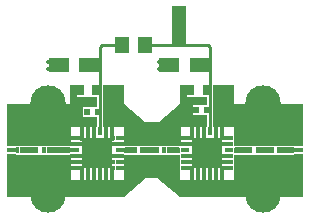
<source format=gtl>
G04*
G04 #@! TF.GenerationSoftware,Altium Limited,Altium Designer,24.9.1 (31)*
G04*
G04 Layer_Physical_Order=1*
G04 Layer_Color=255*
%FSLAX44Y44*%
%MOMM*%
G71*
G04*
G04 #@! TF.SameCoordinates,F9719FCC-BA83-448A-AD8A-31E963D186DB*
G04*
G04*
G04 #@! TF.FilePolarity,Positive*
G04*
G01*
G75*
%ADD13R,0.7000X0.3500*%
%ADD14R,0.3500X0.7000*%
%ADD16R,1.8000X1.2500*%
%ADD17R,0.7500X0.9400*%
%ADD18R,0.6000X0.6200*%
%ADD19R,0.4000X0.5379*%
%ADD20R,2.5500X2.5500*%
%ADD21R,1.2850X1.4700*%
%ADD33R,0.7410X0.5379*%
%ADD34R,1.0810X0.5379*%
%ADD35R,1.0410X0.5379*%
%ADD36R,0.8421X0.5379*%
%ADD37R,0.9410X0.5379*%
%ADD38R,1.4410X0.5379*%
%ADD39R,1.2000X3.5000*%
%ADD40R,0.2000X1.5000*%
%ADD41R,0.2000X0.1000*%
%ADD42C,0.2540*%
%ADD43R,0.5000X0.3500*%
%ADD44R,0.4517X0.3499*%
%ADD45R,0.3500X0.4741*%
%ADD46R,0.3500X0.5740*%
%ADD47R,1.9761X0.5379*%
%ADD48R,1.2998X0.5379*%
%ADD49C,3.0000*%
%ADD50C,0.3500*%
G36*
X58742Y117063D02*
X72282D01*
Y117198D01*
X76207D01*
Y108263D01*
X73130D01*
Y108264D01*
X64341D01*
Y100064D01*
X72512D01*
Y100063D01*
X76207D01*
Y93001D01*
X75737D01*
Y91960D01*
X53464D01*
X53513Y75835D01*
X53487D01*
Y75252D01*
X52364Y75835D01*
X10040D01*
Y75833D01*
X5040Y75608D01*
X40D01*
Y75835D01*
X0D01*
Y110832D01*
X53406D01*
Y127590D01*
X58742D01*
Y117063D01*
D02*
G37*
G36*
X191593Y110826D02*
X250000D01*
Y75833D01*
Y75608D01*
X245000D01*
X240001Y75833D01*
X192616D01*
X191499Y75253D01*
Y75833D01*
X191465D01*
Y91953D01*
X174250D01*
Y93001D01*
X173815D01*
Y127583D01*
X191593D01*
Y110826D01*
D02*
G37*
G36*
X98569Y110823D02*
X116397Y95833D01*
X128579D01*
X146430Y110816D01*
Y127583D01*
X152230D01*
Y117000D01*
X165770D01*
Y117198D01*
X169186D01*
Y110299D01*
X165074D01*
Y110233D01*
X157008D01*
Y102034D01*
X165798D01*
Y102099D01*
X169186D01*
Y93001D01*
X168750D01*
Y91953D01*
X146595D01*
Y75833D01*
X146501D01*
Y75254D01*
X145386Y75833D01*
X99599D01*
X98481Y75252D01*
Y75833D01*
X98444D01*
Y91960D01*
X81237D01*
Y93001D01*
X80836D01*
Y104163D01*
Y127590D01*
X98569D01*
Y110823D01*
D02*
G37*
G36*
X146503Y73753D02*
Y70253D01*
X145395Y69314D01*
X145396Y74693D01*
X146503Y73753D01*
D02*
G37*
G36*
X53494Y73752D02*
Y70252D01*
X52387Y69313D01*
X52387Y74692D01*
X53494Y73752D01*
D02*
G37*
G36*
X99592Y69313D02*
X98485Y70252D01*
Y73752D01*
X99592Y74692D01*
X99592Y69313D01*
D02*
G37*
G36*
X192603Y69311D02*
X191495Y70251D01*
Y73751D01*
X192603Y74690D01*
X192603Y69311D01*
D02*
G37*
G36*
X245000Y73500D02*
X250000D01*
Y70500D01*
X245000D01*
X240000Y69311D01*
Y74689D01*
X245000Y73500D01*
D02*
G37*
G36*
X10040Y69311D02*
X5040Y70500D01*
X40D01*
Y73500D01*
X5040D01*
X10040Y74689D01*
Y69311D01*
D02*
G37*
G36*
X192625Y68167D02*
X240000D01*
Y68167D01*
X245000Y68392D01*
X250000D01*
Y48167D01*
Y32008D01*
X191483D01*
Y32012D01*
X191478Y32007D01*
X146322D01*
X127063Y48167D01*
X117706D01*
X98487Y32019D01*
X53331D01*
X53331Y32020D01*
X0D01*
Y68167D01*
X40D01*
Y68392D01*
X5040D01*
X10040Y68167D01*
Y68167D01*
X52364D01*
X53488Y68751D01*
Y68167D01*
X53515D01*
Y47019D01*
X98487D01*
Y48181D01*
X98487D01*
Y68137D01*
X98486D01*
Y68750D01*
X99610Y68167D01*
X145376D01*
X146501Y68751D01*
Y68138D01*
X146501D01*
Y48167D01*
X146498D01*
Y47007D01*
X191478D01*
Y48169D01*
X191483D01*
Y68167D01*
X191498D01*
Y68752D01*
X192625Y68167D01*
D02*
G37*
D13*
X94987Y62001D02*
D03*
X56987Y82001D02*
D03*
Y77001D02*
D03*
Y72001D02*
D03*
Y67001D02*
D03*
Y62001D02*
D03*
Y57001D02*
D03*
X94987Y67001D02*
D03*
Y72001D02*
D03*
Y77001D02*
D03*
Y57001D02*
D03*
Y82001D02*
D03*
X188000Y82001D02*
D03*
Y57001D02*
D03*
Y77001D02*
D03*
Y72001D02*
D03*
Y67001D02*
D03*
X150000Y57001D02*
D03*
Y62001D02*
D03*
Y67001D02*
D03*
Y72001D02*
D03*
Y77001D02*
D03*
Y82001D02*
D03*
X188000Y62001D02*
D03*
D14*
X88487Y88501D02*
D03*
X63487Y50501D02*
D03*
X68487D02*
D03*
X73487D02*
D03*
X78487D02*
D03*
X83487D02*
D03*
X88487D02*
D03*
X83487Y88501D02*
D03*
X78487D02*
D03*
X73487D02*
D03*
X68487D02*
D03*
X63487D02*
D03*
X156500Y88501D02*
D03*
X161500D02*
D03*
X166500D02*
D03*
X171500D02*
D03*
X176500D02*
D03*
X181500Y50501D02*
D03*
X176500D02*
D03*
X171500D02*
D03*
X166500D02*
D03*
X161500D02*
D03*
X156500D02*
D03*
X181500Y88501D02*
D03*
D16*
X137195Y144000D02*
D03*
X163195D02*
D03*
X69477D02*
D03*
X43477D02*
D03*
D17*
X168870Y122898D02*
D03*
X154870D02*
D03*
X61344D02*
D03*
X75344D02*
D03*
D18*
X159874Y106199D02*
D03*
X169074D02*
D03*
X76512Y104163D02*
D03*
X67312D02*
D03*
D19*
X24130Y72000D02*
D03*
X30630D02*
D03*
X127000D02*
D03*
X133000D02*
D03*
X224000D02*
D03*
X230000D02*
D03*
X212250D02*
D03*
X205750D02*
D03*
X114250D02*
D03*
X107750D02*
D03*
D20*
X75987Y69501D02*
D03*
X169000Y69501D02*
D03*
D21*
X116730Y161000D02*
D03*
X97270D02*
D03*
D33*
X103295Y72000D02*
D03*
D34*
X139995D02*
D03*
D35*
X120795D02*
D03*
D36*
X235800D02*
D03*
D37*
X218295D02*
D03*
D38*
X199795D02*
D03*
D39*
X145000Y177500D02*
D03*
D40*
X247500Y58000D02*
D03*
Y86000D02*
D03*
X2540Y58000D02*
D03*
Y86000D02*
D03*
D41*
X247500Y72000D02*
D03*
X2540D02*
D03*
D42*
X36000Y141253D02*
Y144000D01*
X34000Y141000D02*
X35747D01*
X36000Y141253D01*
X128000Y141000D02*
X134195D01*
X137195Y144000D01*
X80010Y161000D02*
X93270D01*
X78522Y159512D02*
X80010Y161000D01*
X78522Y104163D02*
Y159512D01*
X145000Y161213D02*
X170012D01*
X171500Y144000D02*
Y159725D01*
X113517Y161213D02*
X145000D01*
X171500Y88501D02*
Y144000D01*
X78522Y88537D02*
Y104163D01*
X145000Y161213D02*
Y163000D01*
X170012Y161213D02*
X171500Y159725D01*
X112730Y162000D02*
X113517Y161213D01*
X171500Y88474D02*
Y88501D01*
D43*
X89987Y67001D02*
D03*
Y77001D02*
D03*
X61987Y67001D02*
D03*
Y77001D02*
D03*
X155000D02*
D03*
Y67001D02*
D03*
X183000Y77001D02*
D03*
Y67001D02*
D03*
D44*
X182742Y82002D02*
D03*
Y62002D02*
D03*
Y57002D02*
D03*
X154742D02*
D03*
Y62002D02*
D03*
Y82002D02*
D03*
X89742D02*
D03*
Y62002D02*
D03*
Y57002D02*
D03*
X61742D02*
D03*
Y62002D02*
D03*
X62742Y82002D02*
D03*
D45*
X181500Y83370D02*
D03*
X176500D02*
D03*
X166500D02*
D03*
X161500D02*
D03*
X156500D02*
D03*
X181500Y55370D02*
D03*
X176500D02*
D03*
X171500D02*
D03*
X166500D02*
D03*
X88487Y55636D02*
D03*
X83487D02*
D03*
X78487D02*
D03*
X73487D02*
D03*
X68487D02*
D03*
X63487D02*
D03*
X88487Y82636D02*
D03*
X83487D02*
D03*
X73487D02*
D03*
X68487D02*
D03*
X63487D02*
D03*
D46*
X161500Y55870D02*
D03*
X156500D02*
D03*
D47*
X42506Y72000D02*
D03*
D48*
X16501Y72011D02*
D03*
D49*
X34000Y112000D02*
D03*
X216000Y34000D02*
D03*
Y112000D02*
D03*
X34000Y34000D02*
D03*
D50*
X175000Y64000D02*
D03*
Y75000D02*
D03*
X163000Y64000D02*
D03*
Y75000D02*
D03*
X82000Y63000D02*
D03*
X70000D02*
D03*
X82000Y75000D02*
D03*
X70000D02*
D03*
X34000Y147000D02*
D03*
Y141000D02*
D03*
X128000D02*
D03*
Y147000D02*
D03*
X183000Y123000D02*
D03*
Y111000D02*
D03*
Y97000D02*
D03*
X238000Y105000D02*
D03*
X201000D02*
D03*
Y93000D02*
D03*
X214000D02*
D03*
X226000D02*
D03*
X238000D02*
D03*
Y81000D02*
D03*
X226000D02*
D03*
X214000D02*
D03*
X202000D02*
D03*
X193000Y40000D02*
D03*
X202000D02*
D03*
X238000Y39000D02*
D03*
Y51000D02*
D03*
X226000D02*
D03*
X214000D02*
D03*
X202000D02*
D03*
Y63000D02*
D03*
X214000D02*
D03*
X226000D02*
D03*
X238000D02*
D03*
X183000Y40000D02*
D03*
X171000D02*
D03*
X159000D02*
D03*
X147000D02*
D03*
X111000Y51000D02*
D03*
X123000D02*
D03*
X135000D02*
D03*
Y63000D02*
D03*
X123000D02*
D03*
X111000D02*
D03*
X90000Y98000D02*
D03*
Y112000D02*
D03*
Y122000D02*
D03*
X162000Y114000D02*
D03*
X161000Y97000D02*
D03*
X99000Y105000D02*
D03*
X147000D02*
D03*
X135000Y93000D02*
D03*
X111000D02*
D03*
X123000D02*
D03*
X135000Y81000D02*
D03*
X111000D02*
D03*
X123000D02*
D03*
X69000Y96000D02*
D03*
Y113000D02*
D03*
X60000Y105000D02*
D03*
X96000Y40000D02*
D03*
X84000D02*
D03*
X72000D02*
D03*
X60000D02*
D03*
X12000D02*
D03*
X48000D02*
D03*
X12000Y51000D02*
D03*
X24000D02*
D03*
X36000D02*
D03*
X48000D02*
D03*
Y63000D02*
D03*
X36000D02*
D03*
X24000D02*
D03*
X12000D02*
D03*
Y105000D02*
D03*
X48000D02*
D03*
Y93000D02*
D03*
X36000D02*
D03*
X24000D02*
D03*
X12000D02*
D03*
X48000Y81000D02*
D03*
X36000D02*
D03*
X24000D02*
D03*
X12000D02*
D03*
M02*

</source>
